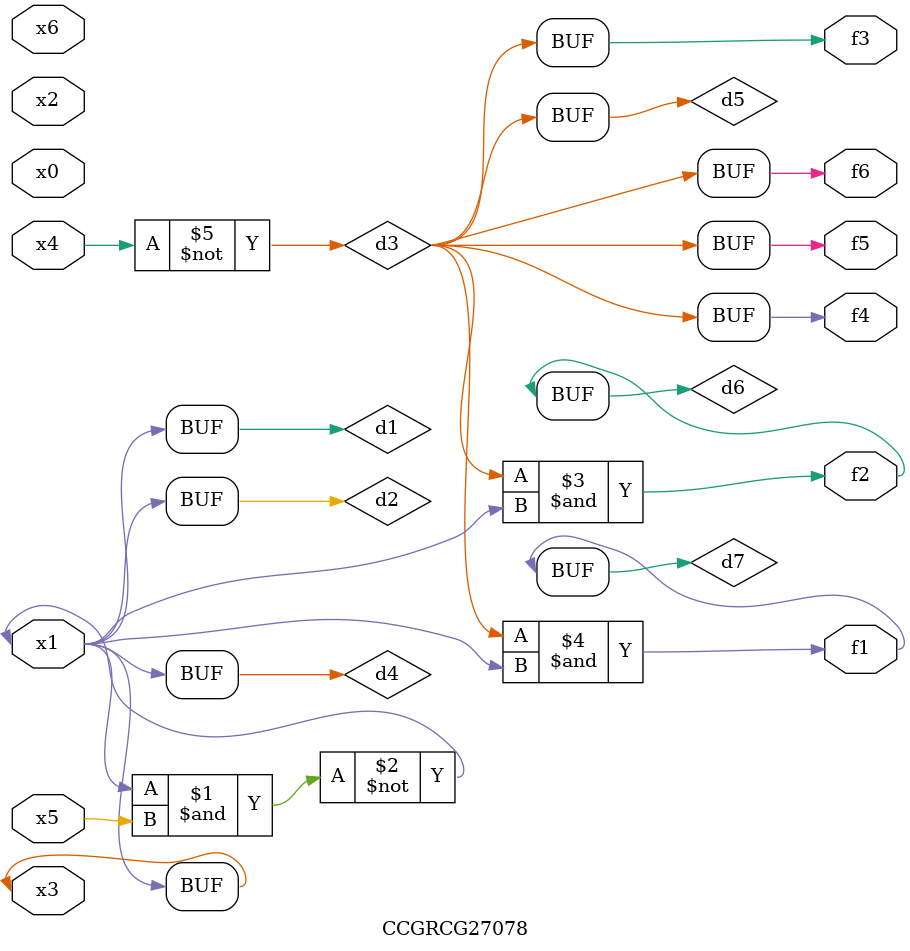
<source format=v>
module CCGRCG27078(
	input x0, x1, x2, x3, x4, x5, x6,
	output f1, f2, f3, f4, f5, f6
);

	wire d1, d2, d3, d4, d5, d6, d7;

	buf (d1, x1, x3);
	nand (d2, x1, x5);
	not (d3, x4);
	buf (d4, d1, d2);
	buf (d5, d3);
	and (d6, d3, d4);
	and (d7, d3, d4);
	assign f1 = d7;
	assign f2 = d6;
	assign f3 = d5;
	assign f4 = d5;
	assign f5 = d5;
	assign f6 = d5;
endmodule

</source>
